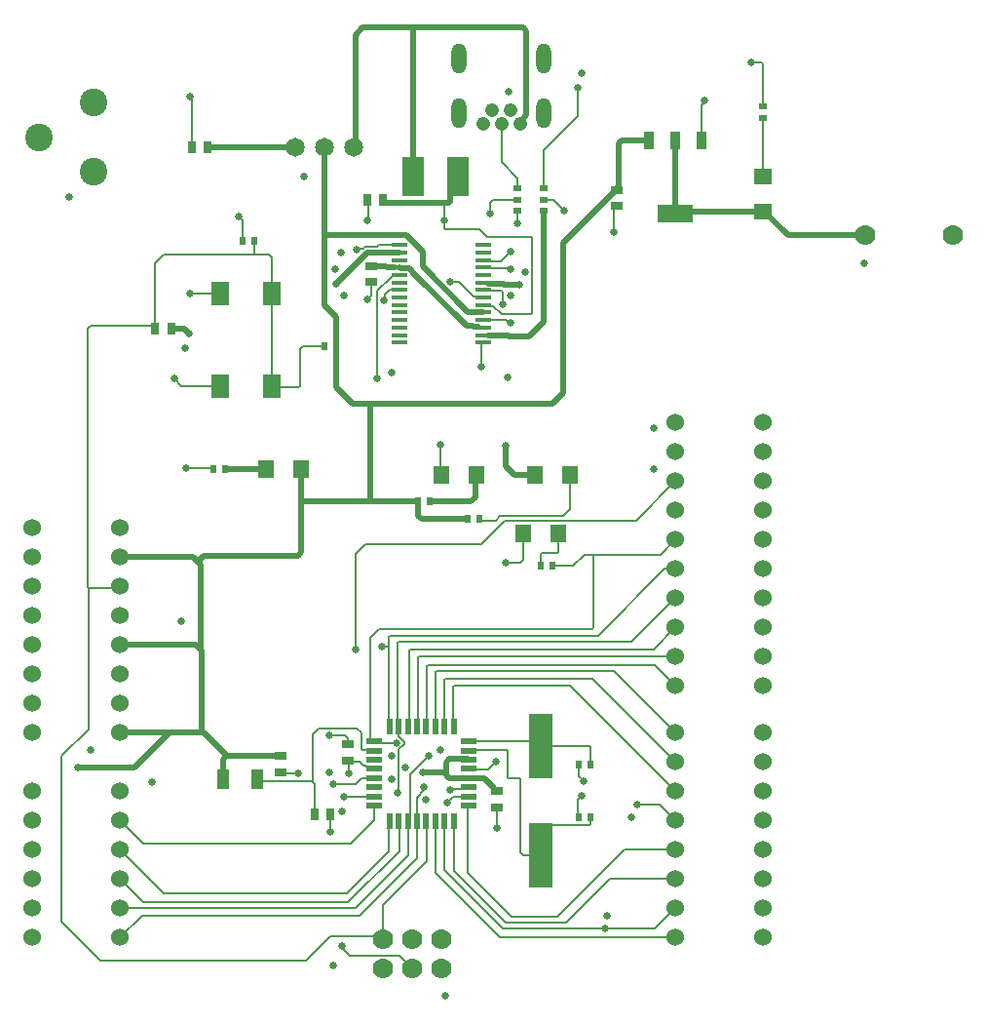
<source format=gtl>
G04*
G04 #@! TF.GenerationSoftware,Altium Limited,Altium Designer,20.1.14 (287)*
G04*
G04 Layer_Physical_Order=1*
G04 Layer_Color=255*
%FSLAX25Y25*%
%MOIN*%
G70*
G04*
G04 #@! TF.SameCoordinates,AE2E9B50-125B-4246-99C6-3B409F254E70*
G04*
G04*
G04 #@! TF.FilePolarity,Positive*
G04*
G01*
G75*
%ADD10C,0.00600*%
%ADD18R,0.05500X0.01370*%
%ADD19R,0.05800X0.02000*%
%ADD20R,0.02000X0.05800*%
%ADD21R,0.03937X0.02953*%
%ADD22R,0.02362X0.02756*%
%ADD23R,0.08268X0.22047*%
%ADD24R,0.04400X0.07100*%
%ADD25R,0.02756X0.02000*%
%ADD26R,0.02953X0.03937*%
%ADD27R,0.05906X0.07874*%
%ADD28R,0.02756X0.02362*%
%ADD29R,0.03300X0.06300*%
%ADD30R,0.12200X0.06300*%
%ADD31R,0.05500X0.06300*%
%ADD32R,0.06300X0.05500*%
%ADD33R,0.07480X0.13386*%
%ADD56C,0.02000*%
%ADD57C,0.06000*%
%ADD58C,0.07000*%
%ADD59C,0.06496*%
%ADD60C,0.09449*%
%ADD61C,0.04756*%
%ADD62O,0.05150X0.10299*%
%ADD63C,0.02500*%
D10*
X60000Y122000D02*
X69176Y131176D01*
X60000Y65351D02*
Y122000D01*
X69176Y131176D02*
Y179676D01*
X60000Y65351D02*
X73352Y52000D01*
X204009Y279105D02*
X204394Y278720D01*
Y288957D02*
X204622Y288728D01*
X172484Y285424D02*
X172567D01*
X168634Y296634D02*
X175606D01*
X204394Y291516D02*
X204652Y291258D01*
X161337Y295337D02*
X163150D01*
X204652Y291258D02*
X210258D01*
X170513Y279608D02*
X172185Y281279D01*
X212986Y270000D02*
X213500D01*
X203500Y255000D02*
Y263000D01*
X161000Y295000D02*
X161337Y295337D01*
X210258Y291258D02*
X213500Y294500D01*
X173541Y286398D02*
X175606D01*
X172567Y285424D02*
X173541Y286398D01*
X205000Y281000D02*
X210500D01*
X200948Y279105D02*
X204009D01*
X163788Y295975D02*
X167975D01*
X213272Y288728D02*
X213500Y288500D01*
X193000Y284000D02*
X196054D01*
X211943Y271043D02*
X212986Y270000D01*
X168000Y251000D02*
Y280940D01*
X170150Y277901D02*
X170513Y278264D01*
X210500Y281000D02*
X211000Y280500D01*
X167975Y295975D02*
X168634Y296634D01*
X204622Y288728D02*
X213272D01*
X196054Y284000D02*
X200948Y279105D01*
X170513Y278264D02*
Y279608D01*
X204394Y271043D02*
X211943D01*
X163150Y295337D02*
X163788Y295975D01*
X168000Y280940D02*
X172484Y285424D01*
X172185Y281279D02*
X175606D01*
X211000Y276500D02*
Y280500D01*
X143500Y52000D02*
X152000Y60500D01*
X73352Y52000D02*
X143500D01*
X199500Y117500D02*
X206000D01*
X208500Y120000D01*
X198600Y110600D02*
X199500Y111500D01*
X193100Y110600D02*
X198600D01*
X193000Y110500D02*
X193100Y110600D01*
X191351Y302000D02*
X202500D01*
X191000Y302351D02*
Y305000D01*
Y302351D02*
X191351Y302000D01*
X202998Y302002D02*
X205500Y299500D01*
X202502Y302002D02*
X202998D01*
X202500Y302000D02*
X202502Y302002D01*
X221000Y273352D02*
Y299149D01*
X220649Y299500D02*
X221000Y299149D01*
X205500Y299500D02*
X220649D01*
X210500Y273000D02*
X220649D01*
X221000Y273352D01*
X204394Y276161D02*
X204779Y275776D01*
X207724D01*
X210500Y273000D01*
X162500Y114500D02*
X167000D01*
X153000Y112500D02*
X160500D01*
X162500Y114500D01*
X151500Y129000D02*
X157000D01*
X157975Y126025D02*
X158000Y126000D01*
X157975Y126025D02*
Y128025D01*
X157000Y129000D02*
X157975Y128025D01*
X148000Y131500D02*
X161000D01*
X146000Y129500D02*
X148000Y131500D01*
X161000D02*
X162500Y130000D01*
X146000Y113000D02*
Y129500D01*
X162500Y124352D02*
Y130000D01*
X246000Y63000D02*
X263000D01*
X211000D02*
X246000D01*
X164500Y278000D02*
Y278041D01*
X166000Y279540D01*
Y284000D01*
X175366Y124326D02*
X177292Y126251D01*
X175366Y128674D02*
X177292Y126749D01*
Y126251D02*
Y126749D01*
X168500Y126500D02*
X174500D01*
X194000Y108000D02*
X199000D01*
X192000Y106000D02*
X194000Y108000D01*
X151500Y102500D02*
X152000Y102000D01*
Y96000D02*
Y102000D01*
X135000Y116500D02*
X135500Y116000D01*
X141000D01*
X209000Y97500D02*
Y104488D01*
X228240Y312260D02*
X232000Y308500D01*
X189500Y218500D02*
X190000Y218000D01*
X189500Y218500D02*
Y228500D01*
X111563Y220500D02*
X112063Y220000D01*
X102500Y220500D02*
X111563D01*
X215846Y308520D02*
X216000Y308366D01*
Y304000D02*
Y308366D01*
X206500Y307500D02*
Y311000D01*
X207760Y312260D02*
X215846D01*
X206500Y311000D02*
X207760Y312260D01*
X98500Y251000D02*
X101000Y248500D01*
X114279D01*
X114284Y248504D01*
X225000Y329100D02*
X236500Y340600D01*
Y350500D01*
X225000Y316000D02*
Y329100D01*
X191000Y305000D02*
Y310500D01*
X225000Y312260D02*
X228240D01*
X165000Y305500D02*
Y311488D01*
X164500Y305000D02*
X165000Y305500D01*
X164488Y312000D02*
X165000Y311488D01*
X192648Y311000D02*
X193000Y311351D01*
X210500Y325000D02*
X216000Y319500D01*
Y316000D02*
Y319500D01*
X210500Y325000D02*
Y338078D01*
X170000Y60000D02*
Y71194D01*
X69176Y179676D02*
X69352Y179500D01*
X69000Y179851D02*
X69176Y179676D01*
X169500Y60500D02*
X170000Y60000D01*
X152000Y60500D02*
X169500D01*
X92000Y268500D02*
Y290500D01*
X91500Y269000D02*
X92000Y268500D01*
X70000Y269000D02*
X91500D01*
X69352Y179500D02*
X79500D01*
X69000Y179851D02*
Y268000D01*
X70000Y269000D01*
X79500Y179500D02*
X80000Y180000D01*
X104000Y280000D02*
X114284D01*
X122000Y298000D02*
Y304960D01*
X120500Y306459D02*
X122000Y304960D01*
X120500Y306459D02*
Y306500D01*
X104488Y330000D02*
Y347498D01*
X104000Y347986D02*
X104488Y347498D01*
X104000Y347986D02*
Y348000D01*
X126000Y293500D02*
X131000D01*
X95000D02*
X126000D01*
Y298000D01*
X132000Y249000D02*
Y280000D01*
Y292500D01*
X131000Y293500D02*
X132000Y292500D01*
X92000Y290500D02*
X95000Y293500D01*
X132000Y248000D02*
X141000D01*
X141500Y248500D01*
Y261000D01*
X142500Y262000D02*
X150000D01*
X141500Y261000D02*
X142500Y262000D01*
X300000Y344500D02*
Y358500D01*
X296000Y359000D02*
X299500D01*
X300000Y358500D01*
X279100Y332494D02*
Y344586D01*
X280000Y345486D01*
Y346000D01*
X249000Y309000D02*
X250000Y310000D01*
X249000Y301000D02*
Y309000D01*
X300000Y320500D02*
X300500Y320000D01*
X300000Y320500D02*
Y340000D01*
X212500Y188000D02*
X217000D01*
X218000Y189000D02*
Y198000D01*
X217000Y188000D02*
X218000Y189000D01*
X163851Y194500D02*
X203500D01*
X160500Y191148D02*
X163851Y194500D01*
X203500D02*
X211500Y202500D01*
X160500Y158500D02*
Y191148D01*
X203000Y202000D02*
X203500Y202500D01*
X208500D02*
X210000Y204000D01*
X203500Y202500D02*
X208500D01*
X210000Y204000D02*
X231500D01*
X256500Y202500D02*
X270000Y216000D01*
X211500Y202500D02*
X256500D01*
X233800Y206300D02*
Y218000D01*
X231500Y204000D02*
X233800Y206300D01*
X230000Y191851D02*
Y198000D01*
X224626Y191500D02*
X229648D01*
X230000Y191851D01*
X224063Y190937D02*
X224626Y191500D01*
X224063Y187000D02*
Y190937D01*
X165500Y162500D02*
X168500Y165500D01*
X166200Y127000D02*
X166993D01*
X165500Y127700D02*
X166200Y127000D01*
X165500Y127700D02*
Y162500D01*
X172000Y159500D02*
Y162648D01*
Y132000D02*
Y159500D01*
X169500D02*
X172000D01*
X158000Y120000D02*
X158150Y119850D01*
Y116000D02*
Y119850D01*
X156000Y56500D02*
Y57000D01*
X175600Y53900D02*
X180000Y49500D01*
X158600Y53900D02*
X175600D01*
X156000Y56500D02*
X158600Y53900D01*
X160500Y70000D02*
X178500Y88000D01*
X88000Y72000D02*
X158000D01*
X80000Y60000D02*
X87500Y67500D01*
X158000Y72000D02*
X175500Y89500D01*
X162000Y67500D02*
X181500Y87000D01*
X95000Y75000D02*
X157649D01*
X80000Y80000D02*
X88000Y72000D01*
X87500Y67500D02*
X162000D01*
X157649Y75000D02*
X172000Y89351D01*
X80000Y70000D02*
X160500D01*
X80000Y90000D02*
X95000Y75000D01*
X172000Y89351D02*
Y99000D01*
X175500Y89500D02*
Y99500D01*
X175366Y110380D02*
Y124326D01*
Y128674D02*
Y131134D01*
X168000Y127000D02*
X168500Y126500D01*
X175000Y110014D02*
X175366Y110380D01*
X175000Y109500D02*
Y110014D01*
X158000Y120000D02*
X162000D01*
X158000D02*
Y120488D01*
X156500Y108000D02*
X167000D01*
X264800Y190800D02*
X270000Y196000D01*
X242000Y166000D02*
Y190800D01*
X235100Y187000D02*
X238900Y190800D01*
X242000D01*
X264800D01*
X228000Y187000D02*
X235100D01*
X168500Y165500D02*
X241500D01*
X172000Y162648D02*
X172352Y163000D01*
X243500D01*
X266452Y185951D01*
X178500Y88000D02*
Y100000D01*
X178000Y101000D02*
X179193Y102193D01*
Y115693D01*
X185500Y122000D01*
X181500Y107852D02*
X184000Y110352D01*
Y111500D01*
X181500Y100500D02*
Y107852D01*
X241500Y165500D02*
X242000Y166000D01*
X266452Y185951D02*
X269952D01*
X270000Y186000D01*
X184793Y99800D02*
X184938Y99655D01*
Y86132D02*
Y99655D01*
X170000Y71194D02*
X184938Y86132D01*
X181500Y87000D02*
Y99500D01*
X217000Y89000D02*
Y114148D01*
X216649Y114500D02*
X217000Y114148D01*
X212500Y114851D02*
Y123649D01*
Y114851D02*
X212852Y114500D01*
X216649D01*
X212148Y124000D02*
X212500Y123649D01*
X199000Y124000D02*
X212148D01*
X238000Y108459D02*
Y108500D01*
X236500Y106959D02*
X238000Y108459D01*
X236500Y101000D02*
Y106959D01*
X237063Y115103D02*
Y119000D01*
Y115103D02*
X238500Y113666D01*
Y113500D02*
Y113666D01*
X175000Y160649D02*
X175352Y161000D01*
X179351Y158500D02*
X262500D01*
X179000Y132707D02*
Y158149D01*
X182352Y156000D02*
X270000D01*
X182000Y132000D02*
Y155649D01*
X182352Y156000D01*
X175000Y133000D02*
Y160649D01*
X175352Y161000D02*
X255000D01*
X179000Y158149D02*
X179351Y158500D01*
X249000Y151000D02*
X270000Y130000D01*
X191351Y148500D02*
X241500D01*
X262500Y158500D02*
X270000Y166000D01*
X194351Y146000D02*
X234000D01*
X185352Y153000D02*
X263000D01*
X191000Y148149D02*
X191351Y148500D01*
X263000Y153000D02*
X270000Y146000D01*
X191000Y133000D02*
Y148149D01*
X188352Y151000D02*
X249000D01*
X241500Y148500D02*
X270000Y120000D01*
X234000Y146000D02*
X270000Y110000D01*
X190500Y132500D02*
X191000Y133000D01*
X185000Y152648D02*
X185352Y153000D01*
X188000Y150648D02*
X188352Y151000D01*
X255000Y161000D02*
X270000Y176000D01*
X188000Y133000D02*
Y150648D01*
X193500Y133500D02*
X194000Y134000D01*
X185000Y132000D02*
Y152648D01*
X194000Y134000D02*
Y145649D01*
X194351Y146000D01*
X264500Y105500D02*
X270000Y100000D01*
X257000Y105500D02*
X264500D01*
X217000Y89000D02*
X218000Y88000D01*
X199000Y104500D02*
X199500Y105000D01*
X199000Y82000D02*
X214000Y67000D01*
X199000Y82000D02*
Y104500D01*
X229769Y67000D02*
X252769Y90000D01*
X227834Y98371D02*
X240649D01*
X241000Y98722D02*
Y101000D01*
X252769Y90000D02*
X270000D01*
X214000Y67000D02*
X229769D01*
X225500Y84500D02*
Y96037D01*
X227834Y98371D01*
X240649D02*
X241000Y98722D01*
X218000Y88000D02*
X224000D01*
X80000Y100000D02*
X88000Y92000D01*
X159000D02*
X167000Y100000D01*
X88000Y92000D02*
X159000D01*
X167000Y100000D02*
Y105000D01*
X165093Y117600D02*
X166993D01*
X163893Y118800D02*
X165093Y117600D01*
X163200Y118800D02*
X163893D01*
X162000Y120000D02*
X163200Y118800D01*
X162852Y124000D02*
X167000D01*
X146000Y113000D02*
X146488Y112512D01*
X145500Y113500D02*
X146000Y113000D01*
X162500Y124352D02*
X162852Y124000D01*
X127500Y113500D02*
X145500D01*
X146488Y102000D02*
Y112512D01*
X225500Y125500D02*
X240500D01*
X241000Y119000D02*
Y125000D01*
X240500Y125500D02*
X241000Y125000D01*
X199393Y127000D02*
X223500D01*
X224000Y126500D01*
X194300Y82700D02*
Y99000D01*
Y82700D02*
X212000Y65000D01*
X232769D01*
X247769Y80000D02*
X270000D01*
X232769Y65000D02*
X247769Y80000D01*
X263000Y63000D02*
X270000Y70000D01*
X191000Y83000D02*
X211000Y63000D01*
X191000Y83000D02*
Y99000D01*
X188000Y82000D02*
Y100000D01*
X210000Y60000D02*
X270000D01*
X188000Y82000D02*
X210000Y60000D01*
X178493Y132200D02*
X179000Y132707D01*
D18*
X204394Y296634D02*
D03*
Y294075D02*
D03*
Y291516D02*
D03*
Y288957D02*
D03*
Y286398D02*
D03*
Y283839D02*
D03*
Y281279D02*
D03*
Y276161D02*
D03*
Y278720D02*
D03*
Y273602D02*
D03*
Y271043D02*
D03*
Y268484D02*
D03*
Y265925D02*
D03*
Y263366D02*
D03*
X175606Y296634D02*
D03*
Y294075D02*
D03*
Y291516D02*
D03*
Y288957D02*
D03*
Y286398D02*
D03*
Y283839D02*
D03*
Y281279D02*
D03*
Y278720D02*
D03*
Y276161D02*
D03*
Y273602D02*
D03*
Y271043D02*
D03*
Y268484D02*
D03*
Y265925D02*
D03*
Y263366D02*
D03*
D19*
X199393Y105000D02*
D03*
Y108100D02*
D03*
Y111300D02*
D03*
Y114400D02*
D03*
Y117600D02*
D03*
Y120700D02*
D03*
Y123900D02*
D03*
Y127000D02*
D03*
X166993D02*
D03*
Y123900D02*
D03*
Y120700D02*
D03*
Y117600D02*
D03*
Y114400D02*
D03*
Y111300D02*
D03*
Y108100D02*
D03*
Y105000D02*
D03*
D20*
X194193Y132200D02*
D03*
X191093D02*
D03*
X187893D02*
D03*
X184793D02*
D03*
X181593D02*
D03*
X178493D02*
D03*
X175293D02*
D03*
X172193D02*
D03*
Y99800D02*
D03*
X175293D02*
D03*
X178493D02*
D03*
X181593D02*
D03*
X184793D02*
D03*
X187893D02*
D03*
X191093D02*
D03*
X194193D02*
D03*
D21*
X166000Y284000D02*
D03*
Y289512D02*
D03*
X209000Y110000D02*
D03*
Y104488D02*
D03*
X250000Y315512D02*
D03*
Y310000D02*
D03*
X158000Y126000D02*
D03*
Y120488D02*
D03*
X135000Y122000D02*
D03*
Y116488D02*
D03*
D22*
X185937Y209000D02*
D03*
X182000D02*
D03*
X241000Y101000D02*
D03*
X237063D02*
D03*
X241000Y119000D02*
D03*
X237063D02*
D03*
X224063Y187000D02*
D03*
X228000D02*
D03*
X112063Y220000D02*
D03*
X116000D02*
D03*
X199063Y203000D02*
D03*
X203000D02*
D03*
X150000Y262000D02*
D03*
X153937D02*
D03*
X126000Y298000D02*
D03*
X122063D02*
D03*
D23*
X224000Y125402D02*
D03*
Y88000D02*
D03*
D24*
X127000Y114000D02*
D03*
X115200D02*
D03*
D25*
X215846Y316000D02*
D03*
Y312260D02*
D03*
Y308520D02*
D03*
X225000D02*
D03*
Y312260D02*
D03*
Y316000D02*
D03*
D26*
X146488Y102000D02*
D03*
X152000D02*
D03*
X104488Y330000D02*
D03*
X110000D02*
D03*
X164488Y312000D02*
D03*
X170000D02*
D03*
X97512Y268000D02*
D03*
X92000D02*
D03*
D27*
X132000Y248504D02*
D03*
X114284D02*
D03*
X132000Y280000D02*
D03*
X114284D02*
D03*
D28*
X300000Y340000D02*
D03*
Y343937D02*
D03*
D29*
X279100Y332494D02*
D03*
X270000D02*
D03*
X260900D02*
D03*
D30*
X270000Y307294D02*
D03*
D31*
X229800Y198000D02*
D03*
X218000D02*
D03*
X141800Y220000D02*
D03*
X130000D02*
D03*
X201800Y218000D02*
D03*
X190000D02*
D03*
X233800D02*
D03*
X222000D02*
D03*
D32*
X300000Y308200D02*
D03*
Y320000D02*
D03*
D33*
X180323D02*
D03*
X195677D02*
D03*
D56*
X84795Y118000D02*
X96621Y129825D01*
X65500Y118000D02*
X84795D01*
X80000Y130000D02*
X108000D01*
X171000Y311000D02*
X192648D01*
X175606Y288957D02*
X175880Y288683D01*
X198500Y269000D02*
X200739D01*
X154000Y283500D02*
X164575Y294075D01*
X179956Y287544D02*
X198500Y269000D01*
X179956Y287544D02*
Y287745D01*
X179019Y288683D02*
X179956Y287745D01*
X164575Y294075D02*
X175606D01*
X200739Y269000D02*
X200981Y268758D01*
X202644D01*
X175880Y288683D02*
X179019D01*
X97512Y268000D02*
X101988D01*
X97500D02*
X97512D01*
X101988D02*
X103488Y266500D01*
X103500D01*
X192672Y114400D02*
X201879D01*
X183500Y116500D02*
X191500D01*
X201879Y114400D02*
X201979Y114500D01*
X204500D01*
X208032Y110968D01*
Y110476D02*
Y110968D01*
Y110476D02*
X208508Y110000D01*
X209000D01*
X211465Y283000D02*
X216500D01*
X210900Y283565D02*
X211465Y283000D01*
X206000Y283565D02*
X210900D01*
X212000Y221000D02*
Y228000D01*
X215000Y218000D02*
X222000D01*
X212000Y221000D02*
X215000Y218000D01*
X231500Y246000D02*
Y297504D01*
X228000Y242500D02*
X231500Y246000D01*
X165500Y242500D02*
X228000D01*
X225000Y270500D02*
Y308520D01*
X231500Y297504D02*
X249508Y315512D01*
X220000Y265500D02*
X225000Y270500D01*
X213076Y265500D02*
X220000D01*
X249508Y315512D02*
X250000D01*
X212924Y265651D02*
X213076Y265500D01*
X206000Y265651D02*
X212924D01*
X159500Y242500D02*
X165500D01*
Y209000D02*
X182000D01*
X142500D02*
X165500D01*
Y242500D01*
X183172Y203000D02*
X199063D01*
X182000Y204172D02*
Y209000D01*
Y204172D02*
X183172Y203000D01*
X154000Y248000D02*
X159500Y242500D01*
X201500Y210500D02*
Y218000D01*
X185937Y209000D02*
X200000D01*
X201500Y210500D01*
X154000Y248000D02*
Y261500D01*
X183500Y289470D02*
Y294438D01*
X177938Y300000D02*
X183500Y294438D01*
Y289470D02*
X199093Y273876D01*
X204120D01*
X150000Y300000D02*
Y330000D01*
Y276150D02*
Y300000D01*
X204120Y273876D02*
X204394Y273602D01*
X150000Y300000D02*
X177938D01*
X193000Y317323D02*
X195677Y320000D01*
X193000Y311351D02*
Y317323D01*
X180000Y371000D02*
X217828D01*
X163000D02*
X180000D01*
X180323Y320000D02*
Y370677D01*
X180000Y371000D02*
X180323Y370677D01*
X166000Y289512D02*
X170968D01*
X171250Y289231D01*
X173856D01*
X116000Y220000D02*
X130000D01*
X160000Y329500D02*
X160500Y330000D01*
Y368500D01*
X163000Y371000D01*
X219000Y341024D02*
Y369828D01*
X217828Y371000D02*
X219000Y369828D01*
X216799Y338078D02*
Y338823D01*
X219000Y341024D01*
X110000Y330000D02*
X140000D01*
X153937Y262000D02*
Y272213D01*
X150000Y276150D02*
X153937Y272213D01*
X300000Y308200D02*
X300400D01*
X308600Y300000D01*
X335000D01*
X251672Y332494D02*
X260900D01*
X250000Y316000D02*
X250500Y316500D01*
Y331322D01*
X251672Y332494D01*
X273700Y308200D02*
X300000D01*
X273000Y307500D02*
X273700Y308200D01*
X270000Y307294D02*
Y331500D01*
X142000Y208500D02*
Y219800D01*
Y191672D02*
Y208500D01*
X142500Y209000D01*
X106500Y188500D02*
X107500Y187500D01*
X105000Y190000D02*
X106500Y188500D01*
X140828Y190500D02*
X142000Y191672D01*
X108500Y190500D02*
X140828D01*
X106500Y188500D02*
X108500Y190500D01*
X141800Y220000D02*
X142000Y219800D01*
X191500Y116500D02*
Y119828D01*
Y115572D02*
Y116500D01*
X106000Y160000D02*
X107500Y158500D01*
Y187500D01*
Y158500D02*
X108000Y158000D01*
X80000Y190000D02*
X105000D01*
X108000Y130000D02*
X108500D01*
X108000D02*
Y158000D01*
X80000Y160000D02*
X106000D01*
X116500Y122000D02*
X135000D01*
X116372D02*
X116500D01*
X108500Y130000D02*
X116500Y122000D01*
X115200Y114000D02*
Y120828D01*
X116372Y122000D01*
X192672Y121000D02*
X199000D01*
X191500Y119828D02*
X192672Y121000D01*
X191500Y115572D02*
X192672Y114400D01*
D57*
X50000Y110000D02*
D03*
Y100000D02*
D03*
Y90000D02*
D03*
Y80000D02*
D03*
Y70000D02*
D03*
Y60000D02*
D03*
X80000D02*
D03*
Y70000D02*
D03*
Y80000D02*
D03*
Y90000D02*
D03*
Y100000D02*
D03*
Y110000D02*
D03*
X270000Y60000D02*
D03*
Y70000D02*
D03*
Y80000D02*
D03*
Y90000D02*
D03*
Y100000D02*
D03*
Y110000D02*
D03*
Y120000D02*
D03*
Y130000D02*
D03*
X300000Y146000D02*
D03*
Y156000D02*
D03*
Y166000D02*
D03*
Y176000D02*
D03*
Y186000D02*
D03*
Y196000D02*
D03*
Y206000D02*
D03*
Y216000D02*
D03*
Y226000D02*
D03*
Y236000D02*
D03*
X50000Y200000D02*
D03*
Y190000D02*
D03*
Y180000D02*
D03*
Y170000D02*
D03*
Y160000D02*
D03*
Y150000D02*
D03*
Y140000D02*
D03*
Y130000D02*
D03*
X300000Y60000D02*
D03*
Y70000D02*
D03*
Y80000D02*
D03*
Y90000D02*
D03*
Y100000D02*
D03*
Y110000D02*
D03*
Y120000D02*
D03*
Y130000D02*
D03*
X80000D02*
D03*
Y140000D02*
D03*
Y150000D02*
D03*
Y160000D02*
D03*
Y170000D02*
D03*
Y180000D02*
D03*
Y190000D02*
D03*
Y200000D02*
D03*
X270000Y236000D02*
D03*
Y226000D02*
D03*
Y216000D02*
D03*
Y206000D02*
D03*
Y196000D02*
D03*
Y186000D02*
D03*
Y176000D02*
D03*
Y166000D02*
D03*
Y156000D02*
D03*
Y146000D02*
D03*
D58*
X170000Y49500D02*
D03*
Y59500D02*
D03*
X180000Y49500D02*
D03*
Y59500D02*
D03*
X190000Y49500D02*
D03*
Y59500D02*
D03*
X365000Y300000D02*
D03*
X335000D02*
D03*
D59*
X140000Y330000D02*
D03*
X150000D02*
D03*
X160000D02*
D03*
D60*
X52396Y333550D02*
D03*
X70900Y345330D02*
D03*
Y321830D02*
D03*
D61*
X216799Y338078D02*
D03*
X210500D02*
D03*
X204201D02*
D03*
X213650Y342802D02*
D03*
X207350D02*
D03*
D62*
X225067Y360322D02*
D03*
Y341621D02*
D03*
X195933D02*
D03*
Y360322D02*
D03*
D63*
X191232Y40011D02*
D03*
X101000Y168000D02*
D03*
X334500Y290500D02*
D03*
X213000Y349000D02*
D03*
X238000Y355500D02*
D03*
X143000Y320000D02*
D03*
X62500Y313000D02*
D03*
X102296Y261444D02*
D03*
X155500Y294000D02*
D03*
X153500Y288500D02*
D03*
X213500Y279500D02*
D03*
X218500Y287500D02*
D03*
X156500Y279500D02*
D03*
X173000Y253000D02*
D03*
X212500Y251500D02*
D03*
X262500Y220000D02*
D03*
Y234000D02*
D03*
X246500Y67500D02*
D03*
X255000Y101000D02*
D03*
X177500Y118000D02*
D03*
X184500Y107000D02*
D03*
X189500Y124000D02*
D03*
X173000Y114000D02*
D03*
Y122000D02*
D03*
X156000Y103000D02*
D03*
X151500Y116500D02*
D03*
X91000Y113000D02*
D03*
X70000Y124000D02*
D03*
X153000Y50500D02*
D03*
X65500Y118000D02*
D03*
X161000Y295000D02*
D03*
X213500Y288500D02*
D03*
X203500Y255000D02*
D03*
X170150Y277901D02*
D03*
X193000Y284000D02*
D03*
X154000Y283500D02*
D03*
X213500Y294500D02*
D03*
X211000Y276500D02*
D03*
X213500Y270000D02*
D03*
X168000Y251000D02*
D03*
X208500Y120000D02*
D03*
X193000Y110500D02*
D03*
X153000Y112500D02*
D03*
X151500Y129000D02*
D03*
X246000Y63000D02*
D03*
X164500Y278000D02*
D03*
X174500Y126500D02*
D03*
X103500Y266500D02*
D03*
X104000Y280000D02*
D03*
X183500Y116500D02*
D03*
X192000Y106000D02*
D03*
X152000Y96000D02*
D03*
X141000Y116000D02*
D03*
X209000Y97500D02*
D03*
X216500Y283000D02*
D03*
X212000Y228000D02*
D03*
X232000Y308500D02*
D03*
X189500Y228500D02*
D03*
X102500Y220500D02*
D03*
X216000Y304000D02*
D03*
X206500Y307500D02*
D03*
X98500Y251000D02*
D03*
X236500Y350500D02*
D03*
X191000Y305000D02*
D03*
X164500D02*
D03*
X249000Y301000D02*
D03*
X104000Y347500D02*
D03*
X120500Y306500D02*
D03*
X296000Y359000D02*
D03*
X280000Y346000D02*
D03*
X212000Y188000D02*
D03*
X169500Y159500D02*
D03*
X158150Y116000D02*
D03*
X156500Y108000D02*
D03*
X156000Y57000D02*
D03*
X175000Y109500D02*
D03*
X160500Y158500D02*
D03*
X185500Y122000D02*
D03*
X184000Y111500D02*
D03*
X238000Y108500D02*
D03*
X238500Y113500D02*
D03*
X257000Y105500D02*
D03*
M02*

</source>
